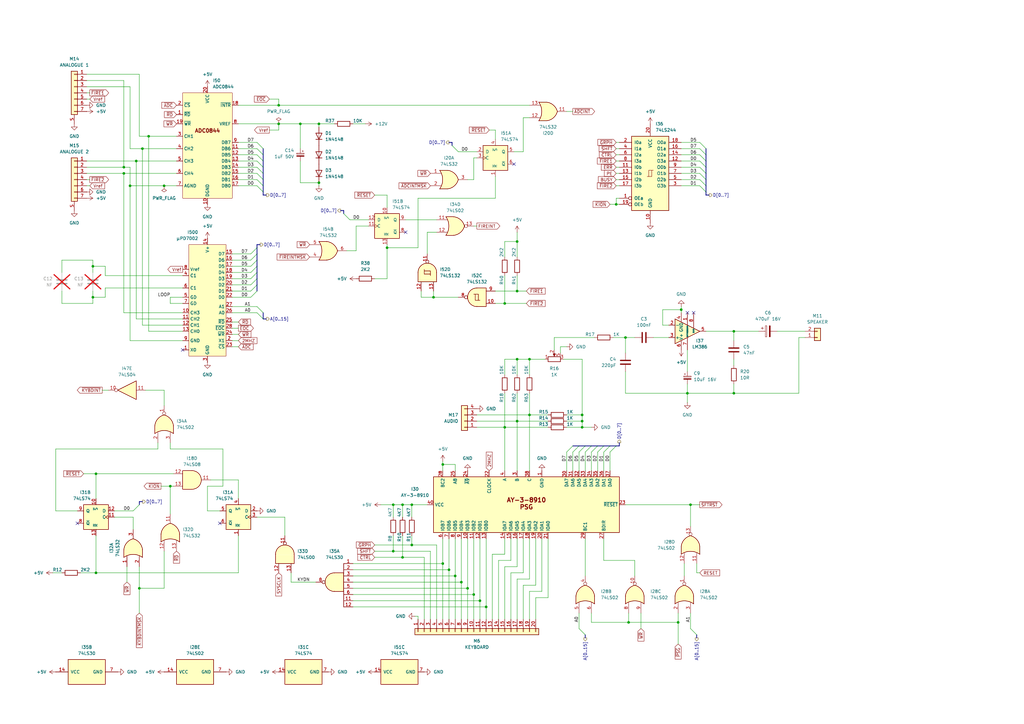
<source format=kicad_sch>
(kicad_sch (version 20250114) (generator "eeschema") (generator_version "9.0")
  (paper "A3")
  (junction (at 186.69 236.22))
  (junction (at 50.8 71.12))
  (junction (at 158.75 101.6))
  (junction (at 212.09 147.32))
  (junction (at 181.61 190.5))
  (junction (at 114.3 43.18))
  (junction (at 114.3 50.8))
  (junction (at 238.76 170.18))
  (junction (at 50.8 68.58))
  (junction (at 130.81 50.8))
  (junction (at 300.99 161.29))
  (junction (at 39.37 194.31))
  (junction (at 181.61 231.14))
  (junction (at 165.1 228.6))
  (junction (at 212.09 99.06))
  (junction (at 165.1 207.01))
  (junction (at 177.8 121.92))
  (junction (at 196.85 246.38))
  (junction (at 39.37 234.95))
  (junction (at 279.4 127))
  (junction (at 252.73 83.82))
  (junction (at 161.29 207.01))
  (junction (at 130.81 74.93))
  (junction (at 168.91 223.52))
  (junction (at 168.91 207.01))
  (junction (at 38.1 121.92))
  (junction (at 207.01 175.26))
  (junction (at 217.17 147.32))
  (junction (at 184.15 233.68))
  (junction (at 60.96 55.88))
  (junction (at 194.31 243.84))
  (junction (at 300.99 135.89))
  (junction (at 53.34 76.2))
  (junction (at 67.31 76.2))
  (junction (at 257.81 255.27))
  (junction (at 217.17 170.18))
  (junction (at 283.21 207.01))
  (junction (at 58.42 60.96))
  (junction (at 238.76 175.26))
  (junction (at 38.1 109.22))
  (junction (at 55.88 66.04))
  (junction (at 69.85 199.39))
  (junction (at 199.39 248.92))
  (junction (at 123.19 50.8))
  (junction (at 191.77 241.3))
  (junction (at 57.15 241.3))
  (junction (at 212.09 119.38))
  (junction (at 207.01 124.46))
  (junction (at 256.54 138.43))
  (junction (at 161.29 226.06))
  (junction (at 238.76 172.72))
  (junction (at 212.09 172.72))
  (junction (at 281.94 161.29))
  (junction (at 278.13 255.27))
  (junction (at 189.23 238.76))
  (no_connect (at 284.48 128.27))
  (no_connect (at 74.93 143.51))
  (no_connect (at 166.37 95.25))
  (no_connect (at 31.75 214.63))
  (no_connect (at 281.94 128.27))
  (no_connect (at 90.17 214.63))
  (no_connect (at 210.82 67.31))
  (bus_entry (at 105.41 73.66) (size 2.54 2.54))
  (bus_entry (at 287.02 60.96) (size 2.54 2.54))
  (bus_entry (at 105.41 60.96) (size 2.54 2.54))
  (bus_entry (at 102.87 121.92) (size 2.54 -2.54))
  (bus_entry (at 102.87 116.84) (size 2.54 -2.54))
  (bus_entry (at 105.41 128.27) (size 2.54 2.54))
  (bus_entry (at 250.19 185.42) (size 2.54 -2.54))
  (bus_entry (at 187.96 62.23) (size -2.54 -2.54))
  (bus_entry (at 102.87 111.76) (size 2.54 -2.54))
  (bus_entry (at 287.02 63.5) (size 2.54 2.54))
  (bus_entry (at 237.49 257.81) (size 2.54 2.54))
  (bus_entry (at 234.95 185.42) (size 2.54 -2.54))
  (bus_entry (at 105.41 63.5) (size 2.54 2.54))
  (bus_entry (at 102.87 119.38) (size 2.54 -2.54))
  (bus_entry (at 102.87 109.22) (size 2.54 -2.54))
  (bus_entry (at 287.02 76.2) (size 2.54 2.54))
  (bus_entry (at 54.61 209.55) (size 2.54 -2.54))
  (bus_entry (at 287.02 71.12) (size 2.54 2.54))
  (bus_entry (at 283.21 257.81) (size 2.54 2.54))
  (bus_entry (at 240.03 185.42) (size 2.54 -2.54))
  (bus_entry (at 232.41 185.42) (size 2.54 -2.54))
  (bus_entry (at 105.41 68.58) (size 2.54 2.54))
  (bus_entry (at 102.87 106.68) (size 2.54 -2.54))
  (bus_entry (at 143.51 90.17) (size -2.54 -2.54))
  (bus_entry (at 237.49 185.42) (size 2.54 -2.54))
  (bus_entry (at 105.41 125.73) (size 2.54 2.54))
  (bus_entry (at 105.41 76.2) (size 2.54 2.54))
  (bus_entry (at 105.41 58.42) (size 2.54 2.54))
  (bus_entry (at 287.02 58.42) (size 2.54 2.54))
  (bus_entry (at 287.02 73.66) (size 2.54 2.54))
  (bus_entry (at 105.41 66.04) (size 2.54 2.54))
  (bus_entry (at 245.11 185.42) (size 2.54 -2.54))
  (bus_entry (at 242.57 185.42) (size 2.54 -2.54))
  (bus_entry (at 287.02 68.58) (size 2.54 2.54))
  (bus_entry (at 105.41 71.12) (size 2.54 2.54))
  (bus_entry (at 102.87 104.14) (size 2.54 -2.54))
  (bus_entry (at 247.65 185.42) (size 2.54 -2.54))
  (bus_entry (at 102.87 114.3) (size 2.54 -2.54))
  (bus_entry (at 287.02 66.04) (size 2.54 2.54))
  (wire (pts (xy 219.71 220.98) (xy 219.71 240.03)))
  (wire (pts (xy 25.4 119.38) (xy 25.4 124.46)))
  (wire (pts (xy 212.09 172.72) (xy 224.79 172.72)))
  (wire (pts (xy 72.39 60.96) (xy 58.42 60.96)))
  (wire (pts (xy 97.79 234.95) (xy 39.37 234.95)))
  (wire (pts (xy 50.8 71.12) (xy 72.39 71.12)))
  (wire (pts (xy 283.21 207.01) (xy 256.54 207.01)))
  (wire (pts (xy 212.09 161.29) (xy 212.09 172.72)))
  (wire (pts (xy 283.21 215.9) (xy 283.21 207.01)))
  (wire (pts (xy 196.85 220.98) (xy 196.85 246.38)))
  (wire (pts (xy 22.86 209.55) (xy 31.75 209.55)))
  (wire (pts (xy 38.1 109.22) (xy 38.1 111.76)))
  (wire (pts (xy 74.93 135.89) (xy 60.96 135.89)))
  (wire (pts (xy 144.78 236.22) (xy 186.69 236.22)))
  (wire (pts (xy 46.99 209.55) (xy 54.61 209.55)))
  (wire (pts (xy 186.69 190.5) (xy 181.61 190.5)))
  (wire (pts (xy 142.24 102.87) (xy 146.05 102.87)))
  (wire (pts (xy 195.58 62.23) (xy 187.96 62.23)))
  (wire (pts (xy 196.85 246.38) (xy 196.85 254)))
  (wire (pts (xy 55.88 130.81) (xy 55.88 66.04)))
  (wire (pts (xy 207.01 153.67) (xy 207.01 147.32)))
  (wire (pts (xy 279.4 60.96) (xy 287.02 60.96)))
  (wire (pts (xy 38.1 121.92) (xy 38.1 119.38)))
  (wire (pts (xy 199.39 220.98) (xy 199.39 248.92)))
  (wire (pts (xy 223.52 147.32) (xy 217.17 147.32)))
  (wire (pts (xy 172.72 121.92) (xy 177.8 121.92)))
  (wire (pts (xy 252.73 68.58) (xy 254 68.58)))
  (wire (pts (xy 97.79 196.85) (xy 97.79 204.47)))
  (wire (pts (xy 232.41 170.18) (xy 238.76 170.18)))
  (wire (pts (xy 50.8 68.58) (xy 35.56 68.58)))
  (wire (pts (xy 229.87 142.24) (xy 229.87 144.78)))
  (bus (pts (xy 290.83 80.01) (xy 289.56 80.01)))
  (bus (pts (xy 58.42 205.74) (xy 57.15 205.74)))
  (bus (pts (xy 107.95 80.01) (xy 107.95 78.74)))
  (wire (pts (xy 257.81 255.27) (xy 278.13 255.27)))
  (wire (pts (xy 165.1 207.01) (xy 168.91 207.01)))
  (wire (pts (xy 85.09 199.39) (xy 85.09 209.55)))
  (wire (pts (xy 35.56 71.12) (xy 50.8 71.12)))
  (bus (pts (xy 105.41 106.68) (xy 105.41 109.22)))
  (bus (pts (xy 289.56 71.12) (xy 289.56 68.58)))
  (wire (pts (xy 74.93 113.03) (xy 43.18 113.03)))
  (wire (pts (xy 285.75 231.14) (xy 285.75 234.95)))
  (bus (pts (xy 250.19 182.88) (xy 247.65 182.88)))
  (bus (pts (xy 139.7 86.36) (xy 140.97 86.36)))
  (wire (pts (xy 34.29 194.31) (xy 39.37 194.31)))
  (wire (pts (xy 224.79 220.98) (xy 224.79 245.11)))
  (wire (pts (xy 74.93 124.46) (xy 69.85 124.46)))
  (wire (pts (xy 279.4 58.42) (xy 287.02 58.42)))
  (bus (pts (xy 107.95 130.81) (xy 107.95 128.27)))
  (wire (pts (xy 252.73 66.04) (xy 254 66.04)))
  (wire (pts (xy 247.65 193.04) (xy 247.65 185.42)))
  (bus (pts (xy 289.56 76.2) (xy 289.56 73.66)))
  (wire (pts (xy 171.45 81.28) (xy 171.45 101.6)))
  (wire (pts (xy 69.85 210.82) (xy 69.85 199.39)))
  (wire (pts (xy 95.25 114.3) (xy 102.87 114.3)))
  (wire (pts (xy 260.35 229.87) (xy 247.65 229.87)))
  (wire (pts (xy 238.76 175.26) (xy 238.76 172.72)))
  (bus (pts (xy 289.56 66.04) (xy 289.56 63.5)))
  (wire (pts (xy 195.58 92.71) (xy 194.31 92.71)))
  (wire (pts (xy 123.19 50.8) (xy 130.81 50.8)))
  (wire (pts (xy 97.79 132.08) (xy 95.25 132.08)))
  (bus (pts (xy 289.56 78.74) (xy 289.56 76.2)))
  (wire (pts (xy 212.09 172.72) (xy 212.09 193.04)))
  (wire (pts (xy 189.23 220.98) (xy 189.23 238.76)))
  (wire (pts (xy 172.72 119.38) (xy 172.72 121.92)))
  (wire (pts (xy 237.49 193.04) (xy 237.49 185.42)))
  (wire (pts (xy 280.67 231.14) (xy 280.67 236.22)))
  (wire (pts (xy 144.78 233.68) (xy 184.15 233.68)))
  (wire (pts (xy 212.09 119.38) (xy 212.09 113.03)))
  (wire (pts (xy 168.91 207.01) (xy 168.91 212.09)))
  (bus (pts (xy 105.41 101.6) (xy 105.41 104.14)))
  (wire (pts (xy 97.79 134.62) (xy 95.25 134.62)))
  (wire (pts (xy 57.15 30.48) (xy 35.56 30.48)))
  (wire (pts (xy 130.81 50.8) (xy 130.81 52.07)))
  (bus (pts (xy 105.41 116.84) (xy 105.41 119.38)))
  (wire (pts (xy 245.11 193.04) (xy 245.11 185.42)))
  (wire (pts (xy 130.81 76.2) (xy 130.81 74.93)))
  (wire (pts (xy 212.09 99.06) (xy 212.09 105.41)))
  (wire (pts (xy 203.2 53.34) (xy 203.2 57.15)))
  (bus (pts (xy 185.42 58.42) (xy 185.42 59.69)))
  (wire (pts (xy 54.61 212.09) (xy 46.99 212.09)))
  (wire (pts (xy 33.02 234.95) (xy 39.37 234.95)))
  (bus (pts (xy 242.57 182.88) (xy 240.03 182.88)))
  (wire (pts (xy 43.18 113.03) (xy 43.18 109.22)))
  (wire (pts (xy 217.17 220.98) (xy 217.17 237.49)))
  (wire (pts (xy 97.79 63.5) (xy 105.41 63.5)))
  (wire (pts (xy 257.81 251.46) (xy 257.81 255.27)))
  (wire (pts (xy 195.58 170.18) (xy 217.17 170.18)))
  (wire (pts (xy 173.99 254) (xy 173.99 228.6)))
  (wire (pts (xy 59.69 160.02) (xy 67.31 160.02)))
  (wire (pts (xy 97.79 73.66) (xy 105.41 73.66)))
  (wire (pts (xy 194.31 73.66) (xy 194.31 64.77)))
  (wire (pts (xy 252.73 71.12) (xy 254 71.12)))
  (wire (pts (xy 97.79 219.71) (xy 97.79 234.95)))
  (bus (pts (xy 107.95 71.12) (xy 107.95 68.58)))
  (wire (pts (xy 97.79 68.58) (xy 105.41 68.58)))
  (wire (pts (xy 256.54 152.4) (xy 256.54 161.29)))
  (wire (pts (xy 158.75 85.09) (xy 158.75 80.01)))
  (wire (pts (xy 300.99 139.7) (xy 300.99 135.89)))
  (bus (pts (xy 105.41 100.33) (xy 105.41 101.6)))
  (wire (pts (xy 279.4 125.73) (xy 279.4 127)))
  (wire (pts (xy 232.41 193.04) (xy 232.41 185.42)))
  (wire (pts (xy 69.85 181.61) (xy 69.85 184.15)))
  (wire (pts (xy 110.49 53.34) (xy 114.3 53.34)))
  (wire (pts (xy 69.85 124.46) (xy 69.85 121.92)))
  (wire (pts (xy 212.09 119.38) (xy 215.9 119.38)))
  (wire (pts (xy 300.99 157.48) (xy 300.99 161.29)))
  (wire (pts (xy 39.37 234.95) (xy 39.37 219.71)))
  (wire (pts (xy 207.01 232.41) (xy 207.01 254)))
  (wire (pts (xy 156.21 207.01) (xy 161.29 207.01)))
  (wire (pts (xy 36.83 76.2) (xy 35.56 76.2)))
  (wire (pts (xy 300.99 149.86) (xy 300.99 147.32)))
  (bus (pts (xy 107.95 63.5) (xy 107.95 60.96)))
  (wire (pts (xy 69.85 121.92) (xy 74.93 121.92)))
  (bus (pts (xy 107.95 66.04) (xy 107.95 63.5)))
  (wire (pts (xy 67.31 241.3) (xy 57.15 241.3)))
  (wire (pts (xy 207.01 124.46) (xy 207.01 113.03)))
  (wire (pts (xy 278.13 255.27) (xy 278.13 264.16)))
  (wire (pts (xy 177.8 119.38) (xy 177.8 121.92)))
  (wire (pts (xy 36.83 73.66) (xy 35.56 73.66)))
  (wire (pts (xy 217.17 170.18) (xy 224.79 170.18)))
  (bus (pts (xy 105.41 104.14) (xy 105.41 106.68)))
  (wire (pts (xy 251.46 138.43) (xy 256.54 138.43)))
  (wire (pts (xy 184.15 220.98) (xy 184.15 233.68)))
  (wire (pts (xy 66.04 199.39) (xy 69.85 199.39)))
  (wire (pts (xy 283.21 251.46) (xy 283.21 257.81)))
  (wire (pts (xy 161.29 219.71) (xy 161.29 226.06)))
  (wire (pts (xy 234.95 193.04) (xy 234.95 185.42)))
  (wire (pts (xy 191.77 220.98) (xy 191.77 241.3)))
  (wire (pts (xy 207.01 161.29) (xy 207.01 175.26)))
  (wire (pts (xy 170.18 252.73) (xy 171.45 252.73)))
  (wire (pts (xy 281.94 165.1) (xy 281.94 161.29)))
  (wire (pts (xy 240.03 193.04) (xy 240.03 185.42)))
  (wire (pts (xy 95.25 125.73) (xy 105.41 125.73)))
  (wire (pts (xy 168.91 223.52) (xy 179.07 223.52)))
  (wire (pts (xy 274.32 133.35) (xy 271.78 133.35)))
  (wire (pts (xy 39.37 194.31) (xy 39.37 204.47)))
  (wire (pts (xy 60.96 135.89) (xy 60.96 55.88)))
  (wire (pts (xy 110.49 40.64) (xy 114.3 40.64)))
  (wire (pts (xy 209.55 229.87) (xy 204.47 229.87)))
  (wire (pts (xy 149.86 50.8) (xy 144.78 50.8)))
  (wire (pts (xy 242.57 251.46) (xy 242.57 255.27)))
  (wire (pts (xy 256.54 161.29) (xy 281.94 161.29)))
  (wire (pts (xy 199.39 248.92) (xy 199.39 254)))
  (wire (pts (xy 231.14 147.32) (xy 238.76 147.32)))
  (wire (pts (xy 144.78 243.84) (xy 194.31 243.84)))
  (bus (pts (xy 289.56 80.01) (xy 289.56 78.74)))
  (bus (pts (xy 105.41 109.22) (xy 105.41 111.76)))
  (bus (pts (xy 245.11 182.88) (xy 242.57 182.88)))
  (bus (pts (xy 105.41 114.3) (xy 105.41 116.84)))
  (wire (pts (xy 57.15 55.88) (xy 57.15 30.48)))
  (wire (pts (xy 175.26 95.25) (xy 179.07 95.25)))
  (wire (pts (xy 194.31 220.98) (xy 194.31 243.84)))
  (wire (pts (xy 153.67 228.6) (xy 165.1 228.6)))
  (wire (pts (xy 203.2 124.46) (xy 207.01 124.46)))
  (wire (pts (xy 144.78 231.14) (xy 181.61 231.14)))
  (wire (pts (xy 232.41 142.24) (xy 229.87 142.24)))
  (wire (pts (xy 165.1 228.6) (xy 173.99 228.6)))
  (wire (pts (xy 38.1 106.68) (xy 38.1 109.22)))
  (bus (pts (xy 247.65 182.88) (xy 245.11 182.88)))
  (wire (pts (xy 161.29 226.06) (xy 176.53 226.06)))
  (wire (pts (xy 227.33 138.43) (xy 227.33 143.51)))
  (wire (pts (xy 153.67 226.06) (xy 161.29 226.06)))
  (bus (pts (xy 184.15 58.42) (xy 185.42 58.42)))
  (wire (pts (xy 91.44 184.15) (xy 91.44 199.39)))
  (wire (pts (xy 25.4 106.68) (xy 38.1 106.68)))
  (wire (pts (xy 95.25 106.68) (xy 102.87 106.68)))
  (wire (pts (xy 72.39 55.88) (xy 60.96 55.88)))
  (wire (pts (xy 130.81 50.8) (xy 137.16 50.8)))
  (wire (pts (xy 97.79 50.8) (xy 114.3 50.8)))
  (wire (pts (xy 144.78 238.76) (xy 189.23 238.76)))
  (wire (pts (xy 97.79 43.18) (xy 114.3 43.18)))
  (wire (pts (xy 97.79 58.42) (xy 105.41 58.42)))
  (wire (pts (xy 212.09 147.32) (xy 212.09 153.67)))
  (wire (pts (xy 219.71 240.03) (xy 214.63 240.03)))
  (bus (pts (xy 140.97 86.36) (xy 140.97 87.63)))
  (wire (pts (xy 281.94 143.51) (xy 281.94 152.4)))
  (wire (pts (xy 39.37 194.31) (xy 71.12 194.31)))
  (wire (pts (xy 36.83 40.64) (xy 35.56 40.64)))
  (wire (pts (xy 227.33 138.43) (xy 243.84 138.43)))
  (wire (pts (xy 53.34 76.2) (xy 53.34 139.7)))
  (wire (pts (xy 217.17 147.32) (xy 212.09 147.32)))
  (bus (pts (xy 285.75 261.62) (xy 285.75 260.35)))
  (wire (pts (xy 194.31 243.84) (xy 194.31 254)))
  (wire (pts (xy 214.63 48.26) (xy 217.17 48.26)))
  (wire (pts (xy 318.77 135.89) (xy 330.2 135.89)))
  (wire (pts (xy 43.18 118.11) (xy 43.18 121.92)))
  (wire (pts (xy 25.4 111.76) (xy 25.4 106.68)))
  (wire (pts (xy 144.78 248.92) (xy 199.39 248.92)))
  (wire (pts (xy 53.34 68.58) (xy 50.8 68.58)))
  (wire (pts (xy 114.3 53.34) (xy 114.3 50.8)))
  (wire (pts (xy 204.47 229.87) (xy 204.47 254)))
  (wire (pts (xy 212.09 95.25) (xy 212.09 99.06)))
  (wire (pts (xy 267.97 138.43) (xy 274.32 138.43)))
  (wire (pts (xy 35.56 33.02) (xy 50.8 33.02)))
  (wire (pts (xy 179.07 254) (xy 179.07 223.52)))
  (wire (pts (xy 97.79 139.7) (xy 95.25 139.7)))
  (bus (pts (xy 106.68 100.33) (xy 105.41 100.33)))
  (wire (pts (xy 279.4 127) (xy 279.4 128.27)))
  (wire (pts (xy 191.77 73.66) (xy 194.31 73.66)))
  (wire (pts (xy 285.75 234.95) (xy 287.02 234.95)))
  (wire (pts (xy 209.55 234.95) (xy 209.55 254)))
  (wire (pts (xy 207.01 147.32) (xy 212.09 147.32)))
  (wire (pts (xy 327.66 161.29) (xy 300.99 161.29)))
  (wire (pts (xy 43.18 121.92) (xy 38.1 121.92)))
  (wire (pts (xy 217.17 153.67) (xy 217.17 147.32)))
  (wire (pts (xy 279.4 63.5) (xy 287.02 63.5)))
  (wire (pts (xy 219.71 245.11) (xy 219.71 254)))
  (wire (pts (xy 95.25 111.76) (xy 102.87 111.76)))
  (wire (pts (xy 203.2 119.38) (xy 212.09 119.38)))
  (wire (pts (xy 252.73 76.2) (xy 254 76.2)))
  (wire (pts (xy 238.76 175.26) (xy 242.57 175.26)))
  (bus (pts (xy 289.56 73.66) (xy 289.56 71.12)))
  (wire (pts (xy 144.78 241.3) (xy 191.77 241.3)))
  (wire (pts (xy 232.41 175.26) (xy 238.76 175.26)))
  (wire (pts (xy 252.73 81.28) (xy 252.73 83.82)))
  (wire (pts (xy 283.21 207.01) (xy 287.02 207.01)))
  (wire (pts (xy 95.25 119.38) (xy 102.87 119.38)))
  (wire (pts (xy 58.42 60.96) (xy 53.34 60.96)))
  (wire (pts (xy 58.42 133.35) (xy 58.42 60.96)))
  (wire (pts (xy 95.25 109.22) (xy 102.87 109.22)))
  (wire (pts (xy 327.66 138.43) (xy 327.66 161.29)))
  (wire (pts (xy 207.01 175.26) (xy 207.01 193.04)))
  (wire (pts (xy 74.93 118.11) (xy 43.18 118.11)))
  (wire (pts (xy 240.03 220.98) (xy 240.03 236.22)))
  (wire (pts (xy 54.61 217.17) (xy 54.61 212.09)))
  (wire (pts (xy 271.78 127) (xy 279.4 127)))
  (wire (pts (xy 57.15 241.3) (xy 57.15 251.46)))
  (wire (pts (xy 214.63 234.95) (xy 209.55 234.95)))
  (wire (pts (xy 214.63 62.23) (xy 214.63 48.26)))
  (wire (pts (xy 186.69 236.22) (xy 186.69 254)))
  (wire (pts (xy 181.61 190.5) (xy 181.61 193.04)))
  (wire (pts (xy 69.85 199.39) (xy 71.12 199.39)))
  (wire (pts (xy 254 81.28) (xy 252.73 81.28)))
  (wire (pts (xy 153.67 114.3) (xy 158.75 114.3)))
  (wire (pts (xy 114.3 40.64) (xy 114.3 43.18)))
  (wire (pts (xy 43.18 109.22) (xy 38.1 109.22)))
  (wire (pts (xy 67.31 76.2) (xy 53.34 76.2)))
  (wire (pts (xy 217.17 237.49) (xy 212.09 237.49)))
  (wire (pts (xy 260.35 236.22) (xy 260.35 229.87)))
  (wire (pts (xy 97.79 142.24) (xy 95.25 142.24)))
  (wire (pts (xy 278.13 251.46) (xy 278.13 255.27)))
  (wire (pts (xy 53.34 139.7) (xy 74.93 139.7)))
  (bus (pts (xy 107.95 78.74) (xy 107.95 76.2)))
  (wire (pts (xy 238.76 147.32) (xy 238.76 170.18)))
  (wire (pts (xy 114.3 50.8) (xy 123.19 50.8)))
  (wire (pts (xy 105.41 212.09) (xy 116.84 212.09)))
  (wire (pts (xy 64.77 181.61) (xy 64.77 184.15)))
  (wire (pts (xy 256.54 138.43) (xy 256.54 144.78)))
  (bus (pts (xy 109.22 130.81) (xy 107.95 130.81)))
  (wire (pts (xy 279.4 73.66) (xy 287.02 73.66)))
  (wire (pts (xy 97.79 137.16) (xy 95.25 137.16)))
  (bus (pts (xy 254 182.88) (xy 252.73 182.88)))
  (bus (pts (xy 254 181.61) (xy 254 182.88)))
  (wire (pts (xy 212.09 220.98) (xy 212.09 232.41)))
  (wire (pts (xy 209.55 220.98) (xy 209.55 229.87)))
  (wire (pts (xy 50.8 128.27) (xy 74.93 128.27)))
  (wire (pts (xy 300.99 135.89) (xy 289.56 135.89)))
  (wire (pts (xy 123.19 66.04) (xy 123.19 74.93)))
  (wire (pts (xy 181.61 220.98) (xy 181.61 231.14)))
  (bus (pts (xy 107.95 76.2) (xy 107.95 73.66)))
  (bus (pts (xy 105.41 111.76) (xy 105.41 114.3)))
  (wire (pts (xy 250.19 193.04) (xy 250.19 185.42)))
  (wire (pts (xy 72.39 76.2) (xy 67.31 76.2)))
  (wire (pts (xy 281.94 161.29) (xy 281.94 157.48)))
  (wire (pts (xy 53.34 35.56) (xy 35.56 35.56)))
  (wire (pts (xy 41.91 160.02) (xy 44.45 160.02)))
  (wire (pts (xy 212.09 232.41) (xy 207.01 232.41)))
  (bus (pts (xy 107.95 73.66) (xy 107.95 71.12)))
  (wire (pts (xy 217.17 161.29) (xy 217.17 170.18)))
  (wire (pts (xy 64.77 184.15) (xy 22.86 184.15)))
  (wire (pts (xy 210.82 62.23) (xy 214.63 62.23)))
  (wire (pts (xy 252.73 83.82) (xy 254 83.82)))
  (wire (pts (xy 166.37 90.17) (xy 179.07 90.17)))
  (wire (pts (xy 50.8 71.12) (xy 50.8 128.27)))
  (wire (pts (xy 271.78 133.35) (xy 271.78 127)))
  (wire (pts (xy 186.69 220.98) (xy 186.69 236.22)))
  (wire (pts (xy 171.45 81.28) (xy 203.2 81.28)))
  (wire (pts (xy 69.85 184.15) (xy 91.44 184.15)))
  (wire (pts (xy 194.31 64.77) (xy 195.58 64.77)))
  (wire (pts (xy 144.78 246.38) (xy 196.85 246.38)))
  (wire (pts (xy 38.1 124.46) (xy 38.1 121.92)))
  (wire (pts (xy 279.4 68.58) (xy 287.02 68.58)))
  (wire (pts (xy 21.59 234.95) (xy 25.4 234.95)))
  (wire (pts (xy 168.91 207.01) (xy 175.26 207.01)))
  (wire (pts (xy 176.53 254) (xy 176.53 226.06)))
  (bus (pts (xy 240.03 182.88) (xy 237.49 182.88)))
  (wire (pts (xy 55.88 66.04) (xy 72.39 66.04)))
  (wire (pts (xy 195.58 172.72) (xy 212.09 172.72)))
  (bus (pts (xy 107.95 68.58) (xy 107.95 66.04)))
  (wire (pts (xy 279.4 76.2) (xy 287.02 76.2)))
  (bus (pts (xy 252.73 182.88) (xy 250.19 182.88)))
  (wire (pts (xy 158.75 80.01) (xy 153.67 80.01)))
  (wire (pts (xy 158.75 114.3) (xy 158.75 101.6)))
  (wire (pts (xy 35.56 66.04) (xy 55.88 66.04)))
  (wire (pts (xy 247.65 229.87) (xy 247.65 220.98)))
  (wire (pts (xy 214.63 240.03) (xy 214.63 254)))
  (wire (pts (xy 151.13 90.17) (xy 143.51 90.17)))
  (wire (pts (xy 207.01 227.33) (xy 201.93 227.33)))
  (wire (pts (xy 184.15 233.68) (xy 184.15 254)))
  (wire (pts (xy 242.57 255.27) (xy 257.81 255.27)))
  (wire (pts (xy 97.79 76.2) (xy 105.41 76.2)))
  (wire (pts (xy 207.01 124.46) (xy 215.9 124.46)))
  (wire (pts (xy 95.25 121.92) (xy 102.87 121.92)))
  (wire (pts (xy 212.09 237.49) (xy 212.09 254)))
  (wire (pts (xy 195.58 175.26) (xy 207.01 175.26)))
  (wire (pts (xy 67.31 226.06) (xy 67.31 241.3)))
  (wire (pts (xy 181.61 189.23) (xy 181.61 190.5)))
  (wire (pts (xy 252.73 63.5) (xy 254 63.5)))
  (wire (pts (xy 60.96 55.88) (xy 57.15 55.88)))
  (wire (pts (xy 279.4 71.12) (xy 287.02 71.12)))
  (wire (pts (xy 242.57 193.04) (xy 242.57 185.42)))
  (wire (pts (xy 256.54 138.43) (xy 260.35 138.43)))
  (wire (pts (xy 207.01 99.06) (xy 212.09 99.06)))
  (wire (pts (xy 97.79 66.04) (xy 105.41 66.04)))
  (wire (pts (xy 97.79 60.96) (xy 105.41 60.96)))
  (wire (pts (xy 238.76 170.18) (xy 238.76 172.72)))
  (wire (pts (xy 222.25 242.57) (xy 217.17 242.57)))
  (wire (pts (xy 224.79 245.11) (xy 219.71 245.11)))
  (wire (pts (xy 116.84 212.09) (xy 116.84 219.71)))
  (wire (pts (xy 57.15 232.41) (xy 57.15 241.3)))
  (wire (pts (xy 234.95 45.72) (xy 232.41 45.72)))
  (bus (pts (xy 289.56 68.58) (xy 289.56 66.04)))
  (wire (pts (xy 189.23 238.76) (xy 189.23 254)))
  (wire (pts (xy 214.63 220.98) (xy 214.63 234.95)))
  (wire (pts (xy 201.93 227.33) (xy 201.93 254)))
  (wire (pts (xy 74.93 130.81) (xy 55.88 130.81)))
  (wire (pts (xy 171.45 252.73) (xy 171.45 254)))
  (wire (pts (xy 52.07 238.76) (xy 52.07 232.41)))
  (wire (pts (xy 146.05 102.87) (xy 146.05 92.71)))
  (wire (pts (xy 91.44 199.39) (xy 85.09 199.39)))
  (wire (pts (xy 181.61 231.14) (xy 181.61 254)))
  (wire (pts (xy 114.3 43.18) (xy 217.17 43.18)))
  (wire (pts (xy 95.25 128.27) (xy 105.41 128.27)))
  (wire (pts (xy 97.79 71.12) (xy 105.41 71.12)))
  (wire (pts (xy 252.73 60.96) (xy 254 60.96)))
  (wire (pts (xy 238.76 172.72) (xy 232.41 172.72)))
  (wire (pts (xy 95.25 116.84) (xy 102.87 116.84)))
  (wire (pts (xy 95.25 104.14) (xy 102.87 104.14)))
  (wire (pts (xy 250.19 83.82) (xy 252.73 83.82)))
  (wire (pts (xy 53.34 76.2) (xy 53.34 68.58)))
  (bus (pts (xy 240.03 261.62) (xy 240.03 260.35)))
  (wire (pts (xy 207.01 175.26) (xy 224.79 175.26)))
  (bus (pts (xy 57.15 205.74) (xy 57.15 207.01)))
  (wire (pts (xy 165.1 219.71) (xy 165.1 228.6)))
  (wire (pts (xy 252.73 58.42) (xy 254 58.42)))
  (wire (pts (xy 207.01 99.06) (xy 207.01 105.41)))
  (wire (pts (xy 85.09 209.55) (xy 90.17 209.55)))
  (wire (pts (xy 175.26 104.14) (xy 175.26 95.25)))
  (wire (pts (xy 207.01 220.98) (xy 207.01 227.33)))
  (wire (pts (xy 168.91 219.71) (xy 168.91 223.52)))
  (wire (pts (xy 161.29 207.01) (xy 161.29 212.09)))
  (wire (pts (xy 123.19 50.8) (xy 123.19 60.96)))
  (bus (pts (xy 237.49 182.88) (xy 234.95 182.88)))
  (bus (pts (xy 109.22 80.01) (xy 107.95 80.01)))
  (wire (pts (xy 237.49 251.46) (xy 237.49 257.81)))
  (wire (pts (xy 50.8 33.02) (xy 50.8 68.58)))
  (wire (pts (xy 262.89 257.81) (xy 262.89 251.46)))
  (wire (pts (xy 165.1 207.01) (xy 165.1 212.09)))
  (wire (pts (xy 300.99 161.29) (xy 281.94 161.29)))
  (wire (pts (xy 158.75 101.6) (xy 158.75 100.33)))
  (wire (pts (xy 187.96 121.92) (xy 177.8 121.92)))
  (wire (pts (xy 53.34 60.96) (xy 53.34 35.56)))
  (wire (pts (xy 191.77 241.3) (xy 191.77 254)))
  (wire (pts (xy 186.69 193.04) (xy 186.69 190.5)))
  (wire (pts (xy 217.17 242.57) (xy 217.17 254)))
  (wire (pts (xy 217.17 170.18) (xy 217.17 193.04)))
  (wire (pts (xy 129.54 238.76) (xy 119.38 238.76)))
  (wire (pts (xy 300.99 135.89) (xy 311.15 135.89)))
  (wire (pts (xy 67.31 160.02) (xy 67.31 166.37)))
  (wire (pts (xy 74.93 133.35) (xy 58.42 133.35)))
  (wire (pts (xy 86.36 196.85) (xy 97.79 196.85)))
  (wire (pts (xy 153.67 223.52) (xy 168.91 223.52)))
  (wire (pts (xy 203.2 81.28) (xy 203.2 72.39)))
  (wire (pts (xy 25.4 124.46) (xy 38.1 124.46)))
  (wire (pts (xy 146.05 92.71) (xy 151.13 92.71)))
  (wire (pts (xy 123.19 74.93) (xy 130.81 74.93)))
  (wire (pts (xy 222.25 220.98) (xy 222.25 242.57)))
  (wire (pts (xy 22.86 184.15) (xy 22.86 209.55)))
  (bus (pts (xy 289.56 63.5) (xy 289.56 60.96)))
  (wire (pts (xy 330.2 138.43) (xy 327.66 138.43)))
  (wire (pts (xy 161.29 207.01) (xy 165.1 207.01)))
  (wire (pts (xy 279.4 66.04) (xy 287.02 66.04)))
  (wire (pts (xy 158.75 101.6) (xy 171.45 101.6)))
  (wire (pts (xy 119.38 238.76) (xy 119.38 234.95)))
  (wire (pts (xy 36.83 38.1) (xy 35.56 38.1)))
  (wire (pts (xy 252.73 73.66) (xy 254 73.66)))
  (wire (pts (xy 200.66 53.34) (xy 203.2 53.34)))
  (label "D0" (at 101.6 121.92 180))
  (label "D0" (at 144.78 90.17 0))
  (label "A0" (at 100.33 128.27 0))
  (label "LOOP" (at 69.85 121.92 180))
  (label "D1" (at 104.14 73.66 180))
  (label "D0" (at 104.14 76.2 180))
  (label "D6" (at 104.14 60.96 180))
  (label "D6" (at 234.95 186.69 270))
  (label "D2" (at 101.6 116.84 180))
  (label "D4" (at 240.03 186.69 270))
  (label "D0" (at 285.75 66.04 180))
  (label "A1" (at 100.33 125.73 0))
  (label "D2" (at 245.11 186.69 270))
  (label "KYDN" (at 121.92 238.76 0))
  (label "D5" (at 101.6 109.22 180))
  (label "D4" (at 104.14 66.04 180))
  (label "D6" (at 285.75 63.5 180))
  (label "D7" (at 232.41 186.69 270))
  (label "D5" (at 237.49 186.69 270))
  (label "D0" (at 250.19 186.69 270))
  (label "D3" (at 242.57 186.69 270))
  (label "A1" (at 283.21 255.27 90))
  (label "D4" (at 285.75 68.58 180))
  (label "D6" (at 101.6 106.68 180))
  (label "D1" (at 285.75 76.2 180))
  (label "D4" (at 101.6 111.76 180))
  (label "D5" (at 285.75 58.42 180))
  (label "D7" (at 285.75 60.96 180))
  (label "D1" (at 101.6 119.38 180))
  (label "D3" (at 101.6 114.3 180))
  (label "D3" (at 285.75 71.12 180))
  (label "D1" (at 247.65 186.69 270))
  (label "D2" (at 104.14 71.12 180))
  (label "D7" (at 104.14 58.42 180))
  (label "D3" (at 104.14 68.58 180))
  (label "D7" (at 101.6 104.14 180))
  (label "A0" (at 237.49 255.27 90))
  (label "D0" (at 189.23 62.23 0))
  (label "D5" (at 104.14 63.5 180))
  (label "D2" (at 285.75 73.66 180))
  (label "D0" (at 53.34 209.55 180))
  (global_label "~{GRPH}" (shape input) (at 153.67 223.52 180) (property "Intersheetrefs" "${INTERSHEET_REFS}" (effects (hide yes))))
  (global_label "Vref" (shape input) (at 36.83 40.64 0) (property "Intersheetrefs" "${INTERSHEET_REFS}" (effects (hide yes))))
  (global_label "~{WR}" (shape input) (at 97.79 137.16 0) (property "Intersheetrefs" "${INTERSHEET_REFS}" (effects (hide yes))))
  (global_label "~{KYBDINTMSK}" (shape input) (at 57.15 251.46 270) (property "Intersheetrefs" "${INTERSHEET_REFS}" (effects (hide yes))))
  (global_label "2MHZ" (shape input) (at 97.79 139.7 0) (property "Intersheetrefs" "${INTERSHEET_REFS}" (effects (hide yes))))
  (global_label "~{FIREINTMSK}" (shape input) (at 127 105.41 180) (property "Intersheetrefs" "${INTERSHEET_REFS}" (effects (hide yes))))
  (global_label "~{FIRE2}" (shape input) (at 252.73 76.2 180) (property "Intersheetrefs" "${INTERSHEET_REFS}" (effects (hide yes))))
  (global_label "~{RESET}" (shape input) (at 34.29 194.31 180) (property "Intersheetrefs" "${INTERSHEET_REFS}" (effects (hide yes))))
  (global_label "~{RD}" (shape input) (at 72.39 46.99 180) (property "Intersheetrefs" "${INTERSHEET_REFS}" (effects (hide yes))))
  (global_label "~{ADC}" (shape input) (at 97.79 142.24 0) (property "Intersheetrefs" "${INTERSHEET_REFS}" (effects (hide yes))))
  (global_label "RESET" (shape input) (at 287.02 234.95 0) (property "Intersheetrefs" "${INTERSHEET_REFS}" (effects (hide yes))))
  (global_label "~{SFTRST}" (shape output) (at 287.02 207.01 0) (property "Intersheetrefs" "${INTERSHEET_REFS}" (effects (hide yes))))
  (global_label "~{WR}" (shape input) (at 127 100.33 180) (property "Intersheetrefs" "${INTERSHEET_REFS}" (effects (hide yes))))
  (global_label "~{RD}" (shape input) (at 72.39 226.06 270) (property "Intersheetrefs" "${INTERSHEET_REFS}" (effects (hide yes))))
  (global_label "~{WR}" (shape input) (at 176.53 71.12 180) (property "Intersheetrefs" "${INTERSHEET_REFS}" (effects (hide yes))))
  (global_label "~{ADCINTMSK}" (shape input) (at 176.53 76.2 180) (property "Intersheetrefs" "${INTERSHEET_REFS}" (effects (hide yes))))
  (global_label "~{RD}" (shape input) (at 97.79 132.08 0) (property "Intersheetrefs" "${INTERSHEET_REFS}" (effects (hide yes))))
  (global_label "FIREINT" (shape output) (at 195.58 92.71 0) (property "Intersheetrefs" "${INTERSHEET_REFS}" (effects (hide yes))))
  (global_label "~{CTRL}" (shape input) (at 252.73 63.5 180) (property "Intersheetrefs" "${INTERSHEET_REFS}" (effects (hide yes))))
  (global_label "~{RESET}" (shape input) (at 153.67 80.01 180) (property "Intersheetrefs" "${INTERSHEET_REFS}" (effects (hide yes))))
  (global_label "PE" (shape input) (at 252.73 71.12 180) (property "Intersheetrefs" "${INTERSHEET_REFS}" (effects (hide yes))))
  (global_label "~{ADC}" (shape input) (at 72.39 43.18 180) (property "Intersheetrefs" "${INTERSHEET_REFS}" (effects (hide yes))))
  (global_label "~{PSG}" (shape input) (at 278.13 264.16 270) (property "Intersheetrefs" "${INTERSHEET_REFS}" (effects (hide yes))))
  (global_label "~{WR}" (shape input) (at 262.89 257.81 270) (property "Intersheetrefs" "${INTERSHEET_REFS}" (effects (hide yes))))
  (global_label "~{KION}" (shape output) (at 66.04 199.39 180) (property "Intersheetrefs" "${INTERSHEET_REFS}" (effects (hide yes))))
  (global_label "~{FIRE2}" (shape output) (at 36.83 73.66 0) (property "Intersheetrefs" "${INTERSHEET_REFS}" (effects (hide yes))))
  (global_label "~{KYBDINT}" (shape output) (at 41.91 160.02 180) (property "Intersheetrefs" "${INTERSHEET_REFS}" (effects (hide yes))))
  (global_label "Vref" (shape output) (at 74.93 110.49 180) (property "Intersheetrefs" "${INTERSHEET_REFS}" (effects (hide yes))))
  (global_label "Vref" (shape input) (at 36.83 76.2 0) (property "Intersheetrefs" "${INTERSHEET_REFS}" (effects (hide yes))))
  (global_label "~{GRPH}" (shape input) (at 252.73 58.42 180) (property "Intersheetrefs" "${INTERSHEET_REFS}" (effects (hide yes))))
  (global_label "~{FIRE1}" (shape output) (at 36.83 38.1 0) (property "Intersheetrefs" "${INTERSHEET_REFS}" (effects (hide yes))))
  (global_label "BUSY" (shape input) (at 252.73 73.66 180) (property "Intersheetrefs" "${INTERSHEET_REFS}" (effects (hide yes))))
  (global_label "~{RESET}" (shape input) (at 200.66 53.34 180) (property "Intersheetrefs" "${INTERSHEET_REFS}" (effects (hide yes))))
  (global_label "~{KION}" (shape input) (at 250.19 83.82 180) (property "Intersheetrefs" "${INTERSHEET_REFS}" (effects (hide yes))))
  (global_label "~{FIRE1}" (shape input) (at 252.73 66.04 180) (property "Intersheetrefs" "${INTERSHEET_REFS}" (effects (hide yes))))
  (global_label "~{SHFT}" (shape input) (at 252.73 60.96 180) (property "Intersheetrefs" "${INTERSHEET_REFS}" (effects (hide yes))))
  (global_label "SYSCLK" (shape input) (at 114.3 234.95 270) (property "Intersheetrefs" "${INTERSHEET_REFS}" (effects (hide yes))))
  (global_label "~{WR}" (shape input) (at 72.39 50.8 180) (property "Intersheetrefs" "${INTERSHEET_REFS}" (effects (hide yes))))
  (global_label "~{ERR}" (shape input) (at 252.73 68.58 180) (property "Intersheetrefs" "${INTERSHEET_REFS}" (effects (hide yes))))
  (global_label "~{EOC}" (shape output) (at 97.79 134.62 0) (property "Intersheetrefs" "${INTERSHEET_REFS}" (effects (hide yes))))
  (global_label "~{ADCINT}" (shape output) (at 234.95 45.72 0) (property "Intersheetrefs" "${INTERSHEET_REFS}" (effects (hide yes))))
  (global_label "Vref" (shape output) (at 110.49 53.34 180) (property "Intersheetrefs" "${INTERSHEET_REFS}" (effects (hide yes))))
  (global_label "~{EOC}" (shape input) (at 110.49 40.64 180) (property "Intersheetrefs" "${INTERSHEET_REFS}" (effects (hide yes))))
  (global_label "2MHZ" (shape input) (at 200.66 193.04 90) (property "Intersheetrefs" "${INTERSHEET_REFS}" (effects (hide yes))))
  (global_label "~{FIRE1}" (shape input) (at 215.9 119.38 0) (property "Intersheetrefs" "${INTERSHEET_REFS}" (effects (hide yes))))
  (global_label "~{WR}" (shape input) (at 52.07 238.76 270) (property "Intersheetrefs" "${INTERSHEET_REFS}" (effects (hide yes))))
  (global_label "~{SHFT}" (shape input) (at 153.67 226.06 180) (property "Intersheetrefs" "${INTERSHEET_REFS}" (effects (hide yes))))
  (global_label "~{CTRL}" (shape input) (at 153.67 228.6 180) (property "Intersheetrefs" "${INTERSHEET_REFS}" (effects (hide yes))))
  (global_label "~{FIRE2}" (shape input) (at 215.9 124.46 0) (property "Intersheetrefs" "${INTERSHEET_REFS}" (effects (hide yes))))
  (hierarchical_label "D[0..7]" (shape output) (at 184.15 58.42 180))
  (hierarchical_label "D[0..7]" (shape output) (at 290.83 80.01 0))
  (hierarchical_label "D[0..7]" (shape output) (at 109.22 80.01 0))
  (hierarchical_label "D[0..7]" (shape output) (at 106.68 100.33 0))
  (hierarchical_label "A[0..15]" (shape output) (at 285.75 261.62 270))
  (hierarchical_label "D[0..7]" (shape output) (at 139.7 86.36 180))
  (hierarchical_label "A[0..15]" (shape output) (at 240.03 261.62 270))
  (hierarchical_label "D[0..7]" (shape output) (at 58.42 205.74 0))
  (hierarchical_label "A[0..15]" (shape output) (at 109.22 130.81 0))
  (hierarchical_label "D[0..7]" (shape output) (at 254 181.61 90))
  (symbol (lib_id "power:+5V") (at 35.56 45.72 270) (mirror x) (unit 1)
    (property "Reference" "#PWR0174" (effects (hide yes)))
    (property "Value" "+5V" (at 39.37 45.7199 90) (effects (justify left)))
    (property "Description" "Power symbol creates a global label with name \"+5V\"" (effects (hide yes)))
  )
  (symbol (lib_id "74xx:74LS04") (at 52.07 160.02 180) (unit 5)
    (property "Reference" "I47" (at 52.07 151.13 0))
    (property "Value" "74LS04" (at 52.07 153.67 0))
    (property "Footprint" "Einstein:DIP-14_W7.62mm" (effects (hide yes)))
    (property "Datasheet" "http://www.ti.com/lit/gpn/sn74LS04" (effects (hide yes)))
    (property "Description" "Hex Inverter" (effects (hide yes)))
  )
  (symbol (lib_id "74xx:74LS02") (at 283.21 223.52 270) (mirror x) (unit 4)
    (property "Reference" "I28" (at 276.86 222.2499 90) (effects (justify right)))
    (property "Value" "74LS02" (at 276.86 224.7899 90) (effects (justify right)))
    (property "Footprint" "Einstein:DIP-14_W7.62mm" (effects (hide yes)))
    (property "Datasheet" "http://www.ti.com/lit/gpn/sn74ls02" (effects (hide yes)))
    (property "Description" "quad 2-input NOR gate" (effects (hide yes)))
  )
  (symbol (lib_id "Connector_Generic:Conn_01x04") (at 190.5 172.72 180) (unit 1)
    (property "Reference" "M17" (at 187.96 170.1799 0) (effects (justify left)))
    (property "Value" "AUDIO" (at 187.96 172.72 0) (effects (justify left)))
    (property "Footprint" "Einstein:M17 PinHeader_1x04_P2.54mm" (effects (hide yes)))
    (property "Description" "Generic connector, single row, 01x04, script generated (kicad-library-utils/schlib/autogen/connector/)" (effects (hide yes)))
  )
  (symbol (lib_id "power:GND") (at 35.56 78.74 90) (unit 1)
    (property "Reference" "#PWR0172" (effects (hide yes)))
    (property "Value" "GND" (at 39.37 78.7399 90) (effects (justify right)))
    (property "Description" "Power symbol creates a global label with name \"GND\" , ground" (effects (hide yes)))
  )
  (symbol (lib_id "Einstein:DIN_JOYSTICK") (at 30.48 73.66 0) (mirror y) (unit 1)
    (property "Reference" "M15" (at 30.48 59.69 0))
    (property "Value" "ANALOGUE 2" (at 30.48 62.23 0))
    (property "Footprint" "Einstein:DIN7_3WAYS" (effects (hide yes)))
  )
  (symbol (lib_id "74xx:74LS02") (at 67.31 173.99 90) (unit 1)
    (property "Reference" "I34" (at 72.39 172.7199 90) (effects (justify right)))
    (property "Value" "74LS02" (at 72.39 175.2599 90) (effects (justify right)))
    (property "Footprint" "Einstein:DIP-14_W7.62mm" (effects (hide yes)))
    (property "Datasheet" "http://www.ti.com/lit/gpn/sn74ls02" (effects (hide yes)))
    (property "Description" "quad 2-input NOR gate" (effects (hide yes)))
  )
  (symbol (lib_id "power:GND") (at 266.7 91.44 0) (unit 1)
    (property "Reference" "#PWR0184" (effects (hide yes)))
    (property "Value" "GND" (at 266.7 96.52 0))
    (property "Description" "Power symbol creates a global label with name \"GND\" , ground" (effects (hide yes)))
  )
  (symbol (lib_id "Connector_Generic:Conn_01x02") (at 335.28 138.43 0) (mirror x) (unit 1)
    (property "Reference" "M11" (at 335.28 129.54 0))
    (property "Value" "SPEAKER" (at 335.28 132.08 0))
    (property "Footprint" "Einstein:M11 PinHeader_1x02_P2.54mm" (effects (hide yes)))
    (property "Description" "Generic connector, single row, 01x02, script generated (kicad-library-utils/schlib/autogen/connector/)" (effects (hide yes)))
  )
  (symbol (lib_id "74xx:74LS30") (at 35.56 275.59 90) (mirror x) (unit 2)
    (property "Reference" "I35" (at 35.56 265.43 90))
    (property "Value" "74LS30" (at 35.56 267.97 90))
    (property "Footprint" "Einstein:DIP-14_W7.62mm" (effects (hide yes)))
    (property "Datasheet" "http://www.ti.com/lit/gpn/sn74LS30" (effects (hide yes)))
    (property "Description" "8-input NAND" (effects (hide yes)))
  )
  (symbol (lib_id "74xx:74LS32") (at 134.62 102.87 0) (mirror x) (unit 2)
    (property "Reference" "I54" (at 134.62 93.98 0))
    (property "Value" "74LS32" (at 134.62 96.52 0))
    (property "Footprint" "Einstein:DIP-14_W7.62mm" (effects (hide yes)))
    (property "Datasheet" "http://www.ti.com/lit/gpn/sn74LS32" (effects (hide yes)))
    (property "Description" "Quad 2-input OR" (effects (hide yes)))
  )
  (symbol (lib_id "power:GND") (at 173.99 275.59 90) (unit 1)
    (property "Reference" "#PWR0180" (effects (hide yes)))
    (property "Value" "GND" (at 177.8 275.5899 90) (effects (justify right)))
    (property "Description" "Power symbol creates a global label with name \"GND\" , ground" (effects (hide yes)))
  )
  (symbol (lib_id "power:GND") (at 232.41 142.24 90) (unit 1)
    (property "Reference" "#PWR0248" (effects (hide yes)))
    (property "Value" "GND" (at 236.22 142.2399 90) (effects (justify right)))
    (property "Description" "Power symbol creates a global label with name \"GND\" , ground" (effects (hide yes)))
  )
  (symbol (lib_id "power:+5V") (at 279.4 143.51 0) (mirror x) (unit 1)
    (property "Reference" "#PWR0163" (effects (hide yes)))
    (property "Value" "+5V" (at 279.4 148.59 0))
    (property "Description" "Power symbol creates a global label with name \"+5V\"" (effects (hide yes)))
  )
  (symbol (lib_id "Device:C") (at 264.16 138.43 270) (unit 1)
    (property "Reference" "C3" (at 265.43 130.81 90) (effects (justify right)))
    (property "Value" "100nF" (at 264.16 133.35 90))
    (property "Footprint" "Einstein:C_Disc_10.16mm" (effects (hide yes)))
    (property "Description" "Unpolarized capacitor" (effects (hide yes)))
  )
  (symbol (lib_id "Einstein:DIN_JOYSTICK") (at 30.48 38.1 0) (mirror y) (unit 1)
    (property "Reference" "M14" (at 30.48 24.13 0))
    (property "Value" "ANALOGUE 1" (at 30.48 26.67 0))
    (property "Footprint" "Einstein:DIN7_3WAYS" (effects (hide yes)))
  )
  (symbol (lib_id "power:+5V") (at 22.86 275.59 90) (mirror x) (unit 1)
    (property "Reference" "#PWR0154" (effects (hide yes)))
    (property "Value" "+5V" (at 19.05 275.5899 90) (effects (justify left)))
    (property "Description" "Power symbol creates a global label with name \"+5V\"" (effects (hide yes)))
  )
  (symbol (lib_id "power:GND") (at 30.48 50.8 0) (unit 1)
    (property "Reference" "#PWR0170" (effects (hide yes)))
    (property "Value" "GND" (at 30.48 55.88 0))
    (property "Description" "Power symbol creates a global label with name \"GND\" , ground" (effects (hide yes)))
  )
  (symbol (lib_id "74xx:74LS74") (at 158.75 92.71 0) (unit 2)
    (property "Reference" "I51" (at 160.8933 82.55 0) (effects (justify left)))
    (property "Value" "74LS74" (at 160.8933 85.09 0) (effects (justify left)))
    (property "Footprint" "Einstein:DIP-14_W7.62mm" (effects (hide yes)))
    (property "Datasheet" "74xx/74hc_hct74.pdf" (effects (hide yes)))
    (property "Description" "Dual D Flip-flop, Set & Reset" (effects (hide yes)))
  )
  (symbol (lib_id "Device:C") (at 256.54 148.59 0) (unit 1)
    (property "Reference" "C4" (at 252.73 147.3199 0) (effects (justify right)))
    (property "Value" "220pF" (at 252.73 149.8599 0) (effects (justify right)))
    (property "Footprint" "Einstein:C_Disc_12.7mm" (effects (hide yes)))
    (property "Description" "Unpolarized capacitor" (effects (hide yes)))
  )
  (symbol (lib_id "Device:C_Polarized_Small") (at 281.94 154.94 0) (unit 1)
    (property "Reference" "C9" (at 284.48 153.1238 0) (effects (justify left)))
    (property "Value" "10uF 16V" (at 284.48 155.6638 0) (effects (justify left)))
    (property "Footprint" "Einstein:Elec_5.08mm - Box" (effects (hide yes)))
    (property "Description" "Polarized capacitor, small symbol" (effects (hide yes)))
  )
  (symbol (lib_id "power:+5V") (at 85.09 97.79 0) (mirror y) (unit 1)
    (property "Reference" "#PWR0243" (effects (hide yes)))
    (property "Value" "+5V" (at 85.09 92.71 0))
    (property "Description" "Power symbol creates a global label with name \"+5V\"" (effects (hide yes)))
  )
  (symbol (lib_id "74xx:74LS02") (at 280.67 243.84 90) (unit 1)
    (property "Reference" "I28" (at 287.02 242.5699 90) (effects (justify right)))
    (property "Value" "74LS02" (at 287.02 245.1099 90) (effects (justify right)))
    (property "Footprint" "Einstein:DIP-14_W7.62mm" (effects (hide yes)))
    (property "Datasheet" "http://www.ti.com/lit/gpn/sn74ls02" (effects (hide yes)))
    (property "Description" "quad 2-input NOR gate" (effects (hide yes)))
  )
  (symbol (lib_id "74xx:74LS02") (at 80.01 275.59 90) (unit 5)
    (property "Reference" "I28" (at 80.01 265.43 90))
    (property "Value" "74LS02" (at 80.01 267.97 90))
    (property "Footprint" "Einstein:DIP-14_W7.62mm" (effects (hide yes)))
    (property "Datasheet" "http://www.ti.com/lit/gpn/sn74ls02" (effects (hide yes)))
    (property "Description" "quad 2-input NOR gate" (effects (hide yes)))
  )
  (symbol (lib_id "power:+5V") (at 35.56 81.28 270) (mirror x) (unit 1)
    (property "Reference" "#PWR0173" (effects (hide yes)))
    (property "Value" "+5V" (at 39.37 81.2799 90) (effects (justify left)))
    (property "Description" "Power symbol creates a global label with name \"+5V\"" (effects (hide yes)))
  )
  (symbol (lib_id "power:GND") (at 130.81 76.2 0) (unit 1)
    (property "Reference" "#PWR0177" (effects (hide yes)))
    (property "Value" "GND" (at 130.81 81.28 0))
    (property "Description" "Power symbol creates a global label with name \"GND\" , ground" (effects (hide yes)))
  )
  (symbol (lib_id "power:GND") (at 85.09 148.59 0) (unit 1)
    (property "Reference" "#PWR091" (effects (hide yes)))
    (property "Value" "GND" (at 85.09 153.67 0))
    (property "Description" "Power symbol creates a global label with name \"GND\" , ground" (effects (hide yes)))
  )
  (symbol (lib_id "74xx:74LS32") (at 184.15 73.66 0) (unit 1)
    (property "Reference" "I20" (at 184.15 64.77 0))
    (property "Value" "74LS32" (at 184.15 67.31 0))
    (property "Footprint" "Einstein:DIP-14_W7.62mm" (effects (hide yes)))
    (property "Datasheet" "http://www.ti.com/lit/gpn/sn74LS32" (effects (hide yes)))
    (property "Description" "Quad 2-input OR" (effects (hide yes)))
  )
  (symbol (lib_id "Device:R") (at 161.29 215.9 0) (mirror y) (unit 1)
    (property "Reference" "R8" (at 160.02 222.25 90) (effects (justify left)))
    (property "Value" "4K7" (at 160.02 212.09 90) (effects (justify left)))
    (property "Footprint" "Einstein:Resistor 12.70mm" (effects (hide yes)))
    (property "Description" "Resistor" (effects (hide yes)))
  )
  (symbol (lib_id "Device:C") (at 25.4 115.57 0) (unit 1) (in_bom no) (dnp yes)
    (property "Reference" "C12" (at 21.59 114.2999 0) (effects (justify right)))
    (property "Value" "NF" (at 21.59 116.8399 0) (effects (justify right)))
    (property "Footprint" "Einstein:C_Disc_5.08mm" (effects (hide yes)))
    (property "Description" "Unpolarized capacitor" (effects (hide yes)))
  )
  (symbol (lib_id "power:+5V") (at 67.31 275.59 90) (mirror x) (unit 1)
    (property "Reference" "#PWR0156" (effects (hide yes)))
    (property "Value" "+5V" (at 63.5 275.5899 90) (effects (justify left)))
    (property "Description" "Power symbol creates a global label with name \"+5V\"" (effects (hide yes)))
  )
  (symbol (lib_id "power:GND") (at 279.4 125.73 180) (unit 1)
    (property "Reference" "#PWR0162" (effects (hide yes)))
    (property "Value" "GND" (at 279.4 120.65 0))
    (property "Description" "Power symbol creates a global label with name \"GND\" , ground" (effects (hide yes)))
  )
  (symbol (lib_id "74xx:74LS32") (at 224.79 45.72 0) (mirror x) (unit 4)
    (property "Reference" "I20" (at 224.79 54.61 0))
    (property "Value" "74LS32" (at 224.79 52.07 0))
    (property "Footprint" "Einstein:DIP-14_W7.62mm" (effects (hide yes)))
    (property "Datasheet" "http://www.ti.com/lit/gpn/sn74LS32" (effects (hide yes)))
    (property "Description" "Quad 2-input OR" (effects (hide yes)))
  )
  (symbol (lib_id "power:+5V") (at 21.59 234.95 90) (mirror x) (unit 1)
    (property "Reference" "#PWR0168" (effects (hide yes)))
    (property "Value" "+5V" (at 17.78 234.9499 90) (effects (justify left)))
    (property "Description" "Power symbol creates a global label with name \"+5V\"" (effects (hide yes)))
  )
  (symbol (lib_id "Device:R") (at 212.09 109.22 0) (mirror y) (unit 1)
    (property "Reference" "R41" (at 210.82 116.84 90) (effects (justify left)))
    (property "Value" "2K2" (at 210.82 105.41 90) (effects (justify left)))
    (property "Footprint" "Einstein:Resistor 12.70mm" (effects (hide yes)))
    (property "Description" "Resistor" (effects (hide yes)))
  )
  (symbol (lib_id "Diode:1N4148") (at 130.81 55.88 90) (unit 1)
    (property "Reference" "D1" (at 133.35 54.6099 90) (effects (justify right)))
    (property "Value" "1N4148" (at 133.35 57.1499 90) (effects (justify right)))
    (property "Footprint" "Einstein:Diode 10.16mm" (effects (hide yes)))
    (property "Datasheet" "https://assets.nexperia.com/documents/data-sheet/1N4148_1N4448.pdf" (effects (hide yes)))
    (property "Description" "100V 0.15A standard switching diode, DO-35" (effects (hide yes)))
    (property "Sim.Device" "D" (effects (hide yes)))
    (property "Sim.Pins" "1=K 2=A" (effects (hide yes)))
  )
  (symbol (lib_id "power:GND") (at 48.26 275.59 90) (unit 1)
    (property "Reference" "#PWR0155" (effects (hide yes)))
    (property "Value" "GND" (at 52.07 275.5899 90) (effects (justify right)))
    (property "Description" "Power symbol creates a global label with name \"GND\" , ground" (effects (hide yes)))
  )
  (symbol (lib_id "74xx:74LS244") (at 266.7 71.12 0) (unit 1)
    (property "Reference" "I36" (at 268.8433 50.8 0) (effects (justify left)))
    (property "Value" "74LS244" (at 268.8433 53.34 0) (effects (justify left)))
    (property "Footprint" "Einstein:DIP-20_W7.62mm" (effects (hide yes)))
    (property "Datasheet" "http://www.ti.com/lit/ds/symlink/sn74ls244.pdf" (effects (hide yes)))
    (property "Description" "Octal Buffer and Line Driver With 3-State Output, active-low enables, non-inverting outputs" (effects (hide yes)))
  )
  (symbol (lib_id "74xx:74LS74") (at 39.37 212.09 0) (mirror y) (unit 2)
    (property "Reference" "I31" (at 37.2267 201.93 0) (effects (justify left)))
    (property "Value" "74LS74" (at 37.2267 204.47 0) (effects (justify left)))
    (property "Footprint" "Einstein:DIP-14_W7.62mm" (effects (hide yes)))
    (property "Datasheet" "74xx/74hc_hct74.pdf" (effects (hide yes)))
    (property "Description" "Dual D Flip-flop, Set & Reset" (effects (hide yes)))
  )
  (symbol (lib_id "Device:R") (at 247.65 138.43 270) (mirror x) (unit 1)
    (property "Reference" "R17" (at 240.03 137.16 90) (effects (justify left)))
    (property "Value" "1K" (at 251.46 137.16 90) (effects (justify left)))
    (property "Footprint" "Einstein:Resistor 12.70mm" (effects (hide yes)))
    (property "Description" "Resistor" (effects (hide yes)))
  )
  (symbol (lib_id "power:PWR_FLAG") (at 67.31 76.2 180) (unit 1)
    (property "Reference" "#FLG05" (effects (hide yes)))
    (property "Value" "PWR_FLAG" (at 67.31 81.28 0))
    (property "Description" "Special symbol for telling ERC where power comes from" (effects (hide yes)))
  )
  (symbol (lib_id "74xx:74LS132") (at 195.58 121.92 0) (mirror y) (unit 3)
    (property "Reference" "I52" (at 195.5883 113.03 0))
    (property "Value" "74LS132" (at 195.5883 115.57 0))
    (property "Footprint" "Einstein:DIP-14_W7.62mm" (effects (hide yes)))
    (property "Datasheet" "http://www.ti.com/lit/gpn/sn74LS132" (effects (hide yes)))
    (property "Description" "Quad 2-input NAND Schmitt trigger" (effects (hide yes)))
  )
  (symbol (lib_id "power:+5V") (at 153.67 275.59 90) (mirror x) (unit 1)
    (property "Reference" "#PWR0179" (effects (hide yes)))
    (property "Value" "+5V" (at 149.86 275.5899 90) (effects (justify left)))
    (property "Description" "Power symbol creates a global label with name \"+5V\"" (effects (hide yes)))
  )
  (symbol (lib_id "power:+5V") (at 266.7 50.8 0) (unit 1)
    (property "Reference" "#PWR0183" (effects (hide yes)))
    (property "Value" "+5V" (at 266.7 45.72 0))
    (property "Description" "Power symbol creates a global label with name \"+5V\"" (effects (hide yes)))
  )
  (symbol (lib_id "74xx:74LS02") (at 260.35 243.84 90) (unit 3)
    (property "Reference" "I28" (at 266.7 242.5699 90) (effects (justify right)))
    (property "Value" "74LS02" (at 266.7 245.1099 90) (effects (justify right)))
    (property "Footprint" "Einstein:DIP-14_W7.62mm" (effects (hide yes)))
    (property "Datasheet" "http://www.ti.com/lit/gpn/sn74ls02" (effects (hide yes)))
    (property "Description" "quad 2-input NOR gate" (effects (hide yes)))
  )
  (symbol (lib_id "Device:R") (at 228.6 175.26 270) (mirror x) (unit 1)
    (property "Reference" "R13" (at 220.98 173.99 90) (effects (justify left)))
    (property "Value" "1K" (at 232.41 173.99 90) (effects (justify left)))
    (property "Footprint" "Einstein:Resistor 12.70mm" (effects (hide yes)))
    (property "Description" "Resistor" (effects (hide yes)))
  )
  (symbol (lib_id "Device:C") (at 38.1 115.57 0) (unit 1) (in_bom no) (dnp yes)
    (property "Reference" "C13" (at 34.29 114.2999 0) (effects (justify right)))
    (property "Value" "NF" (at 34.29 116.8399 0) (effects (justify right)))
    (property "Footprint" "Einstein:C_Disc_5.08mm" (effects (hide yes)))
    (property "Description" "Unpolarized capacitor" (effects (hide yes)))
  )
  (symbol (lib_id "power:GND") (at 35.56 43.18 90) (unit 1)
    (property "Reference" "#PWR0171" (effects (hide yes)))
    (property "Value" "GND" (at 39.37 43.1799 90) (effects (justify right)))
    (property "Description" "Power symbol creates a global label with name \"GND\" , ground" (effects (hide yes)))
  )
  (symbol (lib_id "Einstein:uPD7002") (at 85.09 121.92 0) (mirror y) (unit 1) (in_bom no)
    (property "Reference" "I500" (at 81.28 95.25 0) (effects (justify left)))
    (property "Value" "µPD7002" (at 81.28 97.79 0) (effects (justify left)))
    (property "Footprint" "Einstein:DIP-28_W15.24mm" (effects (hide yes)))
  )
  (symbol (lib_id "Connector_Generic:Conn_01x20") (at 194.31 259.08 90) (mirror x) (unit 1)
    (property "Reference" "M6" (at 195.58 262.89 90))
    (property "Value" "KEYBOARD" (at 195.58 265.43 90))
    (property "Footprint" "Einstein:Keyboard" (effects (hide yes)))
    (property "Description" "Generic connector, single row, 01x20, script generated (kicad-library-utils/schlib/autogen/connector/)" (effects (hide yes)))
  )
  (symbol (lib_id "Device:R") (at 300.99 153.67 0) (mirror y) (unit 1)
    (property "Reference" "R20" (at 303.53 152.3999 0) (effects (justify right)))
    (property "Value" "10R" (at 303.53 154.9399 0) (effects (justify right)))
    (property "Footprint" "Einstein:Resistor 12.70mm" (effects (hide yes)))
    (property "Description" "Resistor" (effects (hide yes)))
  )
  (symbol (lib_id "Diode:1N4148") (at 130.81 71.12 90) (unit 1)
    (property "Reference" "D3" (at 133.35 69.8499 90) (effects (justify right)))
    (property "Value" "1N4148" (at 133.35 72.3899 90) (effects (justify right)))
    (property "Footprint" "Einstein:Diode 10.16mm" (effects (hide yes)))
    (property "Datasheet" "https://assets.nexperia.com/documents/data-sheet/1N4148_1N4448.pdf" (effects (hide yes)))
    (property "Description" "100V 0.15A standard switching diode, DO-35" (effects (hide yes)))
    (property "Sim.Device" "D" (effects (hide yes)))
    (property "Sim.Pins" "1=K 2=A" (effects (hide yes)))
  )
  (symbol (lib_id "power:+5V") (at 181.61 189.23 0) (mirror y) (unit 1)
    (property "Reference" "#PWR0158" (effects (hide yes)))
    (property "Value" "+5V" (at 181.61 184.15 0))
    (property "Description" "Power symbol creates a global label with name \"+5V\"" (effects (hide yes)))
  )
  (symbol (lib_id "74xx:74LS02") (at 186.69 92.71 0) (unit 4)
    (property "Reference" "I34" (at 186.69 83.82 0))
    (property "Value" "74LS02" (at 186.69 86.36 0))
    (property "Footprint" "Einstein:DIP-14_W7.62mm" (effects (hide yes)))
    (property "Datasheet" "http://www.ti.com/lit/gpn/sn74ls02" (effects (hide yes)))
    (property "Description" "quad 2-input NOR gate" (effects (hide yes)))
  )
  (symbol (lib_id "74xx:74LS08") (at 78.74 196.85 0) (unit 4)
    (property "Reference" "I18" (at 78.7317 187.96 0))
    (property "Value" "74LS08" (at 78.7317 190.5 0))
    (property "Footprint" "Einstein:DIP-14_W7.62mm" (effects (hide yes)))
    (property "Datasheet" "http://www.ti.com/lit/gpn/sn74LS08" (effects (hide yes)))
    (property "Description" "Quad And2" (effects (hide yes)))
  )
  (symbol (lib_id "Device:R") (at 207.01 157.48 0) (mirror y) (unit 1)
    (property "Reference" "R18" (at 205.74 165.1 90) (effects (justify left)))
    (property "Value" "10K" (at 205.74 153.67 90) (effects (justify left)))
    (property "Footprint" "Einstein:Resistor 12.70mm" (effects (hide yes)))
    (property "Description" "Resistor" (effects (hide yes)))
  )
  (symbol (lib_id "Device:R") (at 228.6 172.72 270) (mirror x) (unit 1)
    (property "Reference" "R14" (at 220.98 171.45 90) (effects (justify left)))
    (property "Value" "1K" (at 232.41 171.45 90) (effects (justify left)))
    (property "Footprint" "Einstein:Resistor 12.70mm" (effects (hide yes)))
    (property "Description" "Resistor" (effects (hide yes)))
  )
  (symbol (lib_id "Device:R") (at 168.91 215.9 0) (mirror y) (unit 1)
    (property "Reference" "R11" (at 167.64 222.25 90) (effects (justify left)))
    (property "Value" "4K7" (at 167.64 212.09 90) (effects (justify left)))
    (property "Footprint" "Einstein:Resistor 12.70mm" (effects (hide yes)))
    (property "Description" "Resistor" (effects (hide yes)))
  )
  (symbol (lib_id "Device:R") (at 29.21 234.95 270) (mirror x) (unit 1)
    (property "Reference" "R12" (at 21.59 233.68 90) (effects (justify left)))
    (property "Value" "2K2" (at 33.02 233.68 90) (effects (justify left)))
    (property "Footprint" "Einstein:Resistor 12.70mm" (effects (hide yes)))
    (property "Description" "Resistor" (effects (hide yes)))
  )
  (symbol (lib_id "power:GND") (at 85.09 83.82 0) (unit 1)
    (property "Reference" "#PWR0175" (effects (hide yes)))
    (property "Value" "GND" (at 85.09 88.9 0))
    (property "Description" "Power symbol creates a global label with name \"GND\" , ground" (effects (hide yes)))
  )
  (symbol (lib_id "Device:R") (at 207.01 109.22 0) (mirror y) (unit 1)
    (property "Reference" "R40" (at 205.74 116.84 90) (effects (justify left)))
    (property "Value" "2K2" (at 205.74 105.41 90) (effects (justify left)))
    (property "Footprint" "Einstein:Resistor 12.70mm" (effects (hide yes)))
    (property "Description" "Resistor" (effects (hide yes)))
  )
  (symbol (lib_id "74xx:74LS74") (at 163.83 275.59 90) (unit 3)
    (property "Reference" "I51" (at 163.83 265.43 90))
    (property "Value" "74LS74" (at 163.83 267.97 90))
    (property "Footprint" "Einstein:DIP-14_W7.62mm" (effects (hide yes)))
    (property "Datasheet" "74xx/74hc_hct74.pdf" (effects (hide yes)))
    (property "Description" "Dual D Flip-flop, Set & Reset" (effects (hide yes)))
  )
  (symbol (lib_id "power:GND") (at 195.58 167.64 90) (unit 1)
    (property "Reference" "#PWR0160" (effects (hide yes)))
    (property "Value" "GND" (at 199.39 167.6399 90) (effects (justify right)))
    (property "Description" "Power symbol creates a global label with name \"GND\" , ground" (effects (hide yes)))
  )
  (symbol (lib_id "power:+5V") (at 156.21 207.01 90) (mirror x) (unit 1)
    (property "Reference" "#PWR0152" (effects (hide yes)))
    (property "Value" "+5V" (at 152.4 207.0099 90) (effects (justify left)))
    (property "Description" "Power symbol creates a global label with name \"+5V\"" (effects (hide yes)))
  )
  (symbol (lib_id "power:GND") (at 222.25 193.04 180) (unit 1)
    (property "Reference" "#PWR0151" (effects (hide yes)))
    (property "Value" "GND" (at 222.25 187.96 0))
    (property "Description" "Power symbol creates a global label with name \"GND\" , ground" (effects (hide yes)))
  )
  (symbol (lib_id "Device:R") (at 228.6 170.18 270) (mirror x) (unit 1)
    (property "Reference" "R15" (at 220.98 168.91 90) (effects (justify left)))
    (property "Value" "1K" (at 232.41 168.91 90) (effects (justify left)))
    (property "Footprint" "Einstein:Resistor 12.70mm" (effects (hide yes)))
    (property "Description" "Resistor" (effects (hide yes)))
  )
  (symbol (lib_id "power:+5V") (at 146.05 114.3 90) (unit 1)
    (property "Reference" "#PWR0181" (effects (hide yes)))
    (property "Value" "+5V" (at 142.24 114.2999 90) (effects (justify left)))
    (property "Description" "Power symbol creates a global label with name \"+5V\"" (effects (hide yes)))
  )
  (symbol (lib_id "power:+12V") (at 149.86 50.8 270) (unit 1)
    (property "Reference" "#PWR0178" (effects (hide yes)))
    (property "Value" "+12V" (at 153.67 50.7999 90) (effects (justify left)))
    (property "Description" "Power symbol creates a global label with name \"+12V\"" (effects (hide yes)))
  )
  (symbol (lib_id "Einstein:AY-3-8910") (at 215.9 207.01 0) (unit 1)
    (property "Reference" "I30" (at 170.18 200.5898 0))
    (property "Value" "AY-3-8910" (at 170.18 203.1298 0))
    (property "Footprint" "Einstein:DIP-40_W15.24mm" (effects (hide yes)))
  )
  (symbol (lib_id "power:+5V") (at 212.09 95.25 0) (unit 1)
    (property "Reference" "#PWR0182" (effects (hide yes)))
    (property "Value" "+5V" (at 212.09 90.17 0))
    (property "Description" "Power symbol creates a global label with name \"+5V\"" (effects (hide yes)))
  )
  (symbol (lib_id "74xx:74LS74") (at 124.46 275.59 90) (unit 3)
    (property "Reference" "I31" (at 124.46 265.43 90))
    (property "Value" "74LS74" (at 124.46 267.97 90))
    (property "Footprint" "Einstein:DIP-14_W7.62mm" (effects (hide yes)))
    (property "Datasheet" "74xx/74hc_hct74.pdf" (effects (hide yes)))
    (property "Description" "Dual D Flip-flop, Set & Reset" (effects (hide yes)))
  )
  (symbol (lib_id "power:GND") (at 170.18 252.73 270) (unit 1)
    (property "Reference" "#PWR0153" (effects (hide yes)))
    (property "Value" "GND" (at 166.37 252.7299 90) (effects (justify right)))
    (property "Description" "Power symbol creates a global label with name \"GND\" , ground" (effects (hide yes)))
  )
  (symbol (lib_id "74xx:74LS30") (at 137.16 238.76 0) (mirror y) (unit 1)
    (property "Reference" "I35" (at 137.1683 226.06 0))
    (property "Value" "74LS30" (at 137.1683 228.6 0))
    (property "Footprint" "Einstein:DIP-14_W7.62mm" (effects (hide yes)))
    (property "Datasheet" "http://www.ti.com/lit/gpn/sn74LS30" (effects (hide yes)))
    (property "Description" "8-input NAND" (effects (hide yes)))
  )
  (symbol (lib_id "power:GND") (at 92.71 275.59 90) (unit 1)
    (property "Reference" "#PWR0157" (effects (hide yes)))
    (property "Value" "GND" (at 96.52 275.5899 90) (effects (justify right)))
    (property "Description" "Power symbol creates a global label with name \"GND\" , ground" (effects (hide yes)))
  )
  (symbol (lib_id "Device:C") (at 300.99 143.51 0) (mirror y) (unit 1)
    (property "Reference" "C5" (at 304.8 142.2399 0) (effects (justify right)))
    (property "Value" "47nF" (at 304.8 144.7799 0) (effects (justify right)))
    (property "Footprint" "Einstein:C_Disc_10.16mm" (effects (hide yes)))
    (property "Description" "Unpolarized capacitor" (effects (hide yes)))
  )
  (symbol (lib_id "74xx:74LS32") (at 69.85 218.44 90) (unit 4)
    (property "Reference" "I32" (at 74.93 217.1699 90) (effects (justify right)))
    (property "Value" "74LS32" (at 74.93 219.7099 90) (effects (justify right)))
    (property "Footprint" "Einstein:DIP-14_W7.62mm" (effects (hide yes)))
    (property "Datasheet" "http://www.ti.com/lit/gpn/sn74LS32" (effects (hide yes)))
    (property "Description" "Quad 2-input OR" (effects (hide yes)))
  )
  (symbol (lib_id "74xx:74LS00") (at 116.84 227.33 90) (unit 4)
    (property "Reference" "I33" (at 121.92 226.0682 90) (effects (justify right)))
    (property "Value" "74LS00" (at 121.92 228.6082 90) (effects (justify right)))
    (property "Footprint" "Einstein:DIP-14_W7.62mm" (effects (hide yes)))
    (property "Datasheet" "http://www.ti.com/lit/gpn/sn74ls00" (effects (hide yes)))
    (property "Description" "quad 2-input NAND gate" (effects (hide yes)))
  )
  (symbol (lib_id "Device:C_Polarized_Small") (at 123.19 63.5 0) (mirror y) (unit 1)
    (property "Reference" "C14" (at 120.65 61.6838 0) (effects (justify left)))
    (property "Value" "1uF 50V" (at 120.65 64.2238 0) (effects (justify left)))
    (property "Footprint" "Einstein:Elec_5.08mm - Box" (effects (hide yes)))
    (property "Description" "Polarized capacitor, small symbol" (effects (hide yes)))
  )
  (symbol (lib_id "Device:R") (at 212.09 157.48 0) (mirror y) (unit 1)
    (property "Reference" "R62" (at 210.82 165.1 90) (effects (justify left)))
    (property "Value" "10K" (at 210.82 153.67 90) (effects (justify left)))
    (property "Footprint" "Einstein:Resistor 12.70mm" (effects (hide yes)))
    (property "Description" "Resistor" (effects (hide yes)))
  )
  (symbol (lib_id "power:GND") (at 242.57 175.26 90) (unit 1)
    (property "Reference" "#PWR0161" (effects (hide yes)))
    (property "Value" "GND" (at 246.38 175.2599 90) (effects (justify right)))
    (property "Description" "Power symbol creates a global label with name \"GND\" , ground" (effects (hide yes)))
  )
  (symbol (lib_id "power:+5V") (at 114.3 275.59 90) (mirror x) (unit 1)
    (property "Reference" "#PWR0165" (effects (hide yes)))
    (property "Value" "+5V" (at 110.49 275.5899 90) (effects (justify left)))
    (property "Description" "Power symbol creates a global label with name \"+5V\"" (effects (hide yes)))
  )
  (symbol (lib_id "power:GND") (at 281.94 165.1 0) (unit 1)
    (property "Reference" "#PWR0164" (effects (hide yes)))
    (property "Value" "GND" (at 281.94 170.18 0))
    (property "Description" "Power symbol creates a global label with name \"GND\" , ground" (effects (hide yes)))
  )
  (symbol (lib_id "power:PWR_FLAG") (at 114.3 50.8 0) (unit 1)
    (property "Reference" "#FLG06" (effects (hide yes)))
    (property "Value" "PWR_FLAG" (at 114.3 45.72 0))
    (property "Description" "Special symbol for telling ERC where power comes from" (effects (hide yes)))
  )
  (symbol (lib_id "74xx:74LS32") (at 54.61 224.79 90) (unit 1)
    (property "Reference" "I32" (at 45.72 224.79 0))
    (property "Value" "74LS32" (at 48.26 224.79 0))
    (property "Footprint" "Einstein:DIP-14_W7.62mm" (effects (hide yes)))
    (property "Datasheet" "http://www.ti.com/lit/gpn/sn74LS32" (effects (hide yes)))
    (property "Description" "Quad 2-input OR" (effects (hide yes)))
  )
  (symbol (lib_id "74xx:74LS74") (at 203.2 64.77 0) (unit 1)
    (property "Reference" "I51" (at 205.3433 54.61 0) (effects (justify left)))
    (property "Value" "74LS74" (at 205.3433 57.15 0) (effects (justify left)))
    (property "Footprint" "Einstein:DIP-14_W7.62mm" (effects (hide yes)))
    (property "Datasheet" "74xx/74hc_hct74.pdf" (effects (hide yes)))
    (property "Description" "Dual D Flip-flop, Set & Reset" (effects (hide yes)))
  )
  (symbol (lib_id "74xx:74LS74") (at 97.79 212.09 0) (mirror y) (unit 1)
    (property "Reference" "I31" (at 95.6467 201.93 0) (effects (justify left)))
    (property "Value" "74LS74" (at 95.6467 204.47 0) (effects (justify left)))
    (property "Footprint" "Einstein:DIP-14_W7.62mm" (effects (hide yes)))
    (property "Datasheet" "74xx/74hc_hct74.pdf" (effects (hide yes)))
    (property "Description" "Dual D Flip-flop, Set & Reset" (effects (hide yes)))
  )
  (symbol (lib_id "Device:R") (at 149.86 114.3 90) (unit 1)
    (property "Reference" "R38" (at 149.86 107.95 90))
    (property "Value" "2K2" (at 149.86 110.49 90))
    (property "Footprint" "Einstein:Resistor 12.70mm" (effects (hide yes)))
    (property "Description" "Resistor" (effects (hide yes)))
  )
  (symbol (lib_id "Device:R") (at 217.17 157.48 0) (mirror y) (unit 1)
    (property "Reference" "R63" (at 215.9 165.1 90) (effects (justify left)))
    (property "Value" "10K" (at 215.9 153.67 90) (effects (justify left)))
    (property "Footprint" "Einstein:Resistor 12.70mm" (effects (hide yes)))
    (property "Description" "Resistor" (effects (hide yes)))
  )
  (symbol (lib_id "Einstein:ADC0844") (at 85.09 58.42 0) (unit 1)
    (property "Reference" "I50" (at 87.2333 33.02 0) (effects (justify left)))
    (property "Value" "ADC0844" (at 87.2333 35.56 0) (effects (justify left)))
    (property "Footprint" "Einstein:DIP-20_W7.62mm" (effects (hide yes)))
  )
  (symbol (lib_id "Device:C_Polarized") (at 314.96 135.89 90) (mirror x) (unit 1)
    (property "Reference" "C6" (at 314.96 128.27 90))
    (property "Value" "470uF 16V" (at 314.96 130.81 90))
    (property "Footprint" "Einstein:Elec_5.08mm - Big Box" (effects (hide yes)))
    (property "Description" "Polarized capacitor" (effects (hide yes)))
  )
  (symbol (lib_id "74xx:74LS02") (at 240.03 243.84 90) (unit 2)
    (property "Reference" "I28" (at 246.38 242.5699 90) (effects (justify right)))
    (property "Value" "74LS02" (at 246.38 245.1099 90) (effects (justify right)))
    (property "Footprint" "Einstein:DIP-14_W7.62mm" (effects (hide yes)))
    (property "Datasheet" "http://www.ti.com/lit/gpn/sn74ls02" (effects (hide yes)))
    (property "Description" "quad 2-input NOR gate" (effects (hide yes)))
  )
  (symbol (lib_id "Einstein:R_Potentiometer_Shield") (at 227.33 147.32 90) (unit 1)
    (property "Reference" "R16" (at 227.33 151.13 90))
    (property "Value" "1K" (at 227.33 153.67 90))
    (property "Footprint" "Einstein:Volume" (effects (hide yes)))
    (property "Description" "Potentiometer" (effects (hide yes)))
  )
  (symbol (lib_id "Device:R") (at 140.97 50.8 270) (mirror x) (unit 1)
    (property "Reference" "R37" (at 133.35 49.53 90) (effects (justify left)))
    (property "Value" "10K" (at 144.78 49.53 90) (effects (justify left)))
    (property "Footprint" "Einstein:Resistor 12.70mm" (effects (hide yes)))
    (property "Description" "Resistor" (effects (hide yes)))
  )
  (symbol (lib_id "power:GND") (at 191.77 193.04 180) (unit 1)
    (property "Reference" "#PWR0159" (effects (hide yes)))
    (property "Value" "GND" (at 191.77 187.96 0))
    (property "Description" "Power symbol creates a global label with name \"GND\" , ground" (effects (hide yes)))
  )
  (symbol (lib_id "74xx:74LS132") (at 175.26 111.76 90) (unit 4)
    (property "Reference" "I52" (at 180.34 110.4982 90) (effects (justify right)))
    (property "Value" "74LS132" (at 180.34 113.0382 90) (effects (justify right)))
    (property "Footprint" "Einstein:DIP-14_W7.62mm" (effects (hide yes)))
    (property "Datasheet" "http://www.ti.com/lit/gpn/sn74LS132" (effects (hide yes)))
    (property "Description" "Quad 2-input NAND Schmitt trigger" (effects (hide yes)))
  )
  (symbol (lib_id "Amplifier_Audio:LM386") (at 281.94 135.89 0) (mirror x) (unit 1)
    (property "Reference" "I37" (at 287.02 139.7702 0))
    (property "Value" "LM386" (at 287.02 142.24 0))
    (property "Footprint" "Einstein:DIP-8_W7.62mm" (effects (hide yes)))
    (property "Datasheet" "http://www.ti.com/lit/ds/symlink/lm386.pdf" (effects (hide yes)))
    (property "Description" "Low Voltage Audio Power Amplifier, DIP-8/SOIC-8/SSOP-8" (effects (hide yes)))
  )
  (symbol (lib_id "power:+5V") (at 85.09 35.56 0) (mirror y) (unit 1)
    (property "Reference" "#PWR0176" (effects (hide yes)))
    (property "Value" "+5V" (at 85.09 30.48 0))
    (property "Description" "Power symbol creates a global label with name \"+5V\"" (effects (hide yes)))
  )
  (symbol (lib_id "power:GND") (at 105.41 209.55 90) (unit 1)
    (property "Reference" "#PWR0167" (effects (hide yes)))
    (property "Value" "GND" (at 109.22 209.5499 90) (effects (justify right)))
    (property "Description" "Power symbol creates a global label with name \"GND\" , ground" (effects (hide yes)))
  )
  (symbol (lib_id "power:GND") (at 30.48 86.36 0) (unit 1)
    (property "Reference" "#PWR0169" (effects (hide yes)))
    (property "Value" "GND" (at 30.48 91.44 0))
    (property "Description" "Power symbol creates a global label with name \"GND\" , ground" (effects (hide yes)))
  )
  (symbol (lib_id "power:GND") (at 134.62 275.59 90) (unit 1)
    (property "Reference" "#PWR0166" (effects (hide yes)))
    (property "Value" "GND" (at 138.43 275.5899 90) (effects (justify right)))
    (property "Description" "Power symbol creates a global label with name \"GND\" , ground" (effects (hide yes)))
  )
  (symbol (lib_id "Device:R") (at 165.1 215.9 0) (mirror y) (unit 1)
    (property "Reference" "R10" (at 163.83 222.25 90) (effects (justify left)))
    (property "Value" "4K7" (at 163.83 212.09 90) (effects (justify left)))
    (property "Footprint" "Einstein:Resistor 12.70mm" (effects (hide yes)))
    (property "Description" "Resistor" (effects (hide yes)))
  )
  (symbol (lib_id "Diode:1N4148") (at 130.81 63.5 90) (unit 1)
    (property "Reference" "D2" (at 133.35 62.2299 90) (effects (justify right)))
    (property "Value" "1N4148" (at 133.35 64.7699 90) (effects (justify right)))
    (property "Footprint" "Einstein:Diode 10.16mm" (effects (hide yes)))
    (property "Datasheet" "https://assets.nexperia.com/documents/data-sheet/1N4148_1N4448.pdf" (effects (hide yes)))
    (property "Description" "100V 0.15A standard switching diode, DO-35" (effects (hide yes)))
    (property "Sim.Device" "D" (effects (hide yes)))
    (property "Sim.Pins" "1=K 2=A" (effects (hide yes)))
  )
)
</source>
